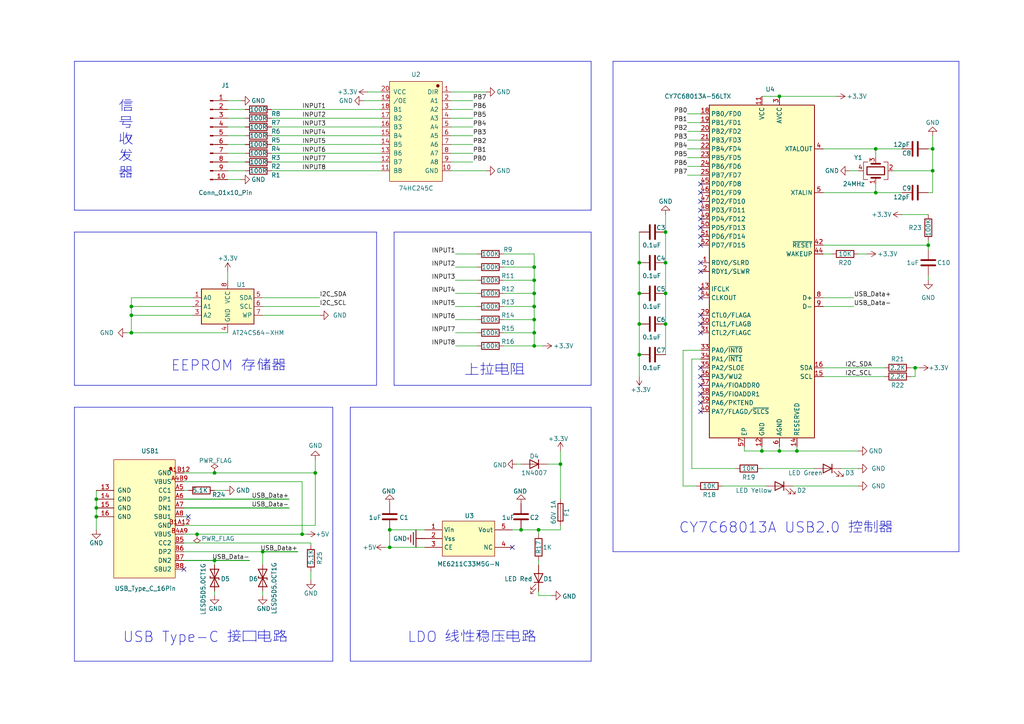
<source format=kicad_sch>
(kicad_sch (version 20231120) (generator "eeschema") (generator_version "8.0")
  (paper "A4")
  (title_block (title "UINIO-Logic-24MHz") (date "2024-10-23") (rev "Version 5.0.0") (company "UinIO.com 电子技术实验室"))
  (lib_symbols
    (symbol "Connector:Conn_01x10_Pin" (pin_names (offset 1.016) hide)
      (property "Reference" "J" (at 0 12.7 0))
      (property "Value" "Conn_01x10_Pin" (at 0 -15.24 0))
      (symbol "Conn_01x10_Pin_1_1"
        (pin passive line (at 5.08 10.16 180) (length 3.81) (name "Pin_1") (number "1"))
        (pin passive line (at 5.08 -12.7 180) (length 3.81) (name "Pin_10") (number "10"))
        (pin passive line (at 5.08 7.62 180) (length 3.81) (name "Pin_2") (number "2"))
        (pin passive line (at 5.08 5.08 180) (length 3.81) (name "Pin_3") (number "3"))
        (pin passive line (at 5.08 2.54 180) (length 3.81) (name "Pin_4") (number "4"))
        (pin passive line (at 5.08 0 180) (length 3.81) (name "Pin_5") (number "5"))
        (pin passive line (at 5.08 -2.54 180) (length 3.81) (name "Pin_6") (number "6"))
        (pin passive line (at 5.08 -5.08 180) (length 3.81) (name "Pin_7") (number "7"))
        (pin passive line (at 5.08 -7.62 180) (length 3.81) (name "Pin_8") (number "8"))
        (pin passive line (at 5.08 -10.16 180) (length 3.81) (name "Pin_9") (number "9"))
      )
    )
    (symbol "Device:C" (pin_numbers hide) (pin_names (offset 0.254))
      (property "Reference" "C" (at 0.635 2.54 0))
      (property "Value" "C" (at 0.635 -2.54 0))
      (symbol "C_1_1"
        (pin passive line (at 0 3.81 270) (length 2.794) (name "~") (number "1"))
        (pin passive line (at 0 -3.81 90) (length 2.794) (name "~") (number "2"))
      )
    )
    (symbol "Device:Crystal_GND24" (pin_names (offset 1.016) hide)
      (property "Reference" "Y" (at 3.175 5.08 0))
      (property "Value" "Crystal_GND24" (at 3.175 3.175 0))
      (symbol "Crystal_GND24_1_1"
        (pin passive line (at -3.81 0 0) (length 1.27) (name "1") (number "1"))
        (pin passive line (at 0 5.08 270) (length 1.27) (name "2") (number "2"))
        (pin passive line (at 3.81 0 180) (length 1.27) (name "3") (number "3"))
        (pin passive line (at 0 -5.08 90) (length 1.27) (name "4") (number "4"))
      )
    )
    (symbol "Device:Fuse" (pin_numbers hide) (pin_names (offset 0))
      (property "Reference" "F" (at 2.032 0 90))
      (property "Value" "Fuse" (at -1.905 0 90))
      (symbol "Fuse_1_1"
        (pin passive line (at 0 3.81 270) (length 1.27) (name "~") (number "1"))
        (pin passive line (at 0 -3.81 90) (length 1.27) (name "~") (number "2"))
      )
    )
    (symbol "Device:LED" (pin_numbers hide) (pin_names (offset 1.016) hide)
      (property "Reference" "D" (at 0 2.54 0))
      (property "Value" "LED" (at 0 -2.54 0))
      (symbol "LED_1_1"
        (pin passive line (at -3.81 0 0) (length 2.54) (name "K") (number "1"))
        (pin passive line (at 3.81 0 180) (length 2.54) (name "A") (number "2"))
      )
    )
    (symbol "Device:R" (pin_numbers hide) (pin_names (offset 0))
      (property "Reference" "R" (at 2.032 0 90))
      (property "Value" "R" (at 0 0 90))
      (symbol "R_1_1"
        (pin passive line (at 0 3.81 270) (length 1.27) (name "~") (number "1"))
        (pin passive line (at 0 -3.81 90) (length 1.27) (name "~") (number "2"))
      )
    )
    (symbol "Diode:1N4007" (pin_numbers hide) (pin_names hide)
      (property "Reference" "D" (at 0 2.54 0))
      (property "Value" "1N4007" (at 0 -2.54 0))
      (symbol "1N4007_1_1"
        (pin passive line (at -3.81 0 0) (length 2.54) (name "K") (number "1"))
        (pin passive line (at 3.81 0 180) (length 2.54) (name "A") (number "2"))
      )
    )
    (symbol "Diode:1N630xCA" (pin_numbers hide) (pin_names (offset 1.016) hide)
      (property "Reference" "D" (at 0 2.54 0))
      (property "Value" "1N630xCA" (at 0 -2.54 0))
      (symbol "1N630xCA_1_1"
        (pin passive line (at -3.81 0 0) (length 2.54) (name "A1") (number "1"))
        (pin passive line (at 3.81 0 180) (length 2.54) (name "A2") (number "2"))
      )
    )
    (symbol "MCU_Cypress:CY7C68013A-56LTX"
      (property "Reference" "U" (at -13.97 49.53 0))
      (property "Value" "CY7C68013A-56LTX" (at 11.43 49.53 0))
      (symbol "CY7C68013A-56LTX_1_1"
        (pin input line (at 17.78 2.54 180) (length 2.54) (name "RDY0/SLRD") (number "1"))
        (pin passive line (at -5.08 -50.8 90) (length 2.54) hide (name "AGND") (number "10"))
        (pin power_in line (at 0 50.8 270) (length 2.54) (name "VCC") (number "11"))
        (pin power_in line (at 0 -50.8 90) (length 2.54) (name "GND") (number "12"))
        (pin bidirectional line (at 17.78 -5.08 180) (length 2.54) (name "IFCLK") (number "13"))
        (pin input line (at -10.16 -50.8 90) (length 2.54) (name "RESERVED") (number "14"))
        (pin input line (at -17.78 -30.48 0) (length 2.54) (name "SCL") (number "15"))
        (pin bidirectional line (at -17.78 -27.94 0) (length 2.54) (name "SDA") (number "16"))
        (pin passive line (at 0 50.8 270) (length 2.54) hide (name "VCC") (number "17"))
        (pin bidirectional line (at 17.78 45.72 180) (length 2.54) (name "PB0/FD0") (number "18"))
        (pin bidirectional line (at 17.78 43.18 180) (length 2.54) (name "PB1/FD1") (number "19"))
        (pin input line (at 17.78 0 180) (length 2.54) (name "RDY1/SLWR") (number "2"))
        (pin bidirectional line (at 17.78 40.64 180) (length 2.54) (name "PB2/FD2") (number "20"))
        (pin bidirectional line (at 17.78 38.1 180) (length 2.54) (name "PB3/FD3") (number "21"))
        (pin bidirectional line (at 17.78 35.56 180) (length 2.54) (name "PB4/FD4") (number "22"))
        (pin bidirectional line (at 17.78 33.02 180) (length 2.54) (name "PB5/FD5") (number "23"))
        (pin bidirectional line (at 17.78 30.48 180) (length 2.54) (name "PB6/FD6") (number "24"))
        (pin bidirectional line (at 17.78 27.94 180) (length 2.54) (name "PB7/FD7") (number "25"))
        (pin passive line (at 0 -50.8 90) (length 2.54) hide (name "GND") (number "26"))
        (pin passive line (at 0 50.8 270) (length 2.54) hide (name "VCC") (number "27"))
        (pin passive line (at 0 -50.8 90) (length 2.54) hide (name "GND") (number "28"))
        (pin output line (at 17.78 -12.7 180) (length 2.54) (name "CTL0/FLAGA") (number "29"))
        (pin power_in line (at -5.08 50.8 270) (length 2.54) (name "AVCC") (number "3"))
        (pin output line (at 17.78 -15.24 180) (length 2.54) (name "CTL1/FLAGB") (number "30"))
        (pin output line (at 17.78 -17.78 180) (length 2.54) (name "CTL2/FLAGC") (number "31"))
        (pin passive line (at 0 50.8 270) (length 2.54) hide (name "VCC") (number "32"))
        (pin bidirectional line (at 17.78 -22.86 180) (length 2.54) (name "PA0/~{INT0}") (number "33"))
        (pin bidirectional line (at 17.78 -25.4 180) (length 2.54) (name "PA1/~{INT1}") (number "34"))
        (pin bidirectional line (at 17.78 -27.94 180) (length 2.54) (name "PA2/SLOE") (number "35"))
        (pin bidirectional line (at 17.78 -30.48 180) (length 2.54) (name "PA3/WU2") (number "36"))
        (pin bidirectional line (at 17.78 -33.02 180) (length 2.54) (name "PA4/FIOADDR0") (number "37"))
        (pin bidirectional line (at 17.78 -35.56 180) (length 2.54) (name "PA5/FIOADDR1") (number "38"))
        (pin bidirectional line (at 17.78 -38.1 180) (length 2.54) (name "PA6/PKTEND") (number "39"))
        (pin output line (at -17.78 35.56 0) (length 2.54) (name "XTALOUT") (number "4"))
        (pin bidirectional line (at 17.78 -40.64 180) (length 2.54) (name "PA7/FLAGD/~{SLCS}") (number "40"))
        (pin passive line (at 0 -50.8 90) (length 2.54) hide (name "GND") (number "41"))
        (pin input line (at -17.78 7.62 0) (length 2.54) (name "~{RESET}") (number "42"))
        (pin passive line (at 0 50.8 270) (length 2.54) hide (name "VCC") (number "43"))
        (pin input line (at -17.78 5.08 0) (length 2.54) (name "WAKEUP") (number "44"))
        (pin bidirectional line (at 17.78 25.4 180) (length 2.54) (name "PD0/FD8") (number "45"))
        (pin bidirectional line (at 17.78 22.86 180) (length 2.54) (name "PD1/FD9") (number "46"))
        (pin bidirectional line (at 17.78 20.32 180) (length 2.54) (name "PD2/FD10") (number "47"))
        (pin bidirectional line (at 17.78 17.78 180) (length 2.54) (name "PD3/FD11") (number "48"))
        (pin bidirectional line (at 17.78 15.24 180) (length 2.54) (name "PD4/FD12") (number "49"))
        (pin input line (at -17.78 22.86 0) (length 2.54) (name "XTALIN") (number "5"))
        (pin bidirectional line (at 17.78 12.7 180) (length 2.54) (name "PD5/FD13") (number "50"))
        (pin bidirectional line (at 17.78 10.16 180) (length 2.54) (name "PD6/FD14") (number "51"))
        (pin bidirectional line (at 17.78 7.62 180) (length 2.54) (name "PD7/FD15") (number "52"))
        (pin passive line (at 0 -50.8 90) (length 2.54) hide (name "GND") (number "53"))
        (pin output line (at 17.78 -7.62 180) (length 2.54) (name "CLKOUT") (number "54"))
        (pin passive line (at 0 50.8 270) (length 2.54) hide (name "VCC") (number "55"))
        (pin passive line (at 0 -50.8 90) (length 2.54) hide (name "GND") (number "56"))
        (pin input line (at 5.08 -50.8 90) (length 2.54) (name "EP") (number "57"))
        (pin power_in line (at -5.08 -50.8 90) (length 2.54) (name "AGND") (number "6"))
        (pin passive line (at -5.08 50.8 270) (length 2.54) hide (name "AVCC") (number "7"))
        (pin bidirectional line (at -17.78 -7.62 0) (length 2.54) (name "D+") (number "8"))
        (pin bidirectional line (at -17.78 -10.16 0) (length 2.54) (name "D-") (number "9"))
      )
    )
    (symbol "Memory_EEPROM:AT24CS64-XHM"
      (property "Reference" "U" (at -7.62 6.35 0))
      (property "Value" "AT24CS64-XHM" (at 2.54 -6.35 0))
      (symbol "AT24CS64-XHM_1_1"
        (pin input line (at -10.16 2.54 0) (length 2.54) (name "A0") (number "1"))
        (pin input line (at -10.16 0 0) (length 2.54) (name "A1") (number "2"))
        (pin input line (at -10.16 -2.54 0) (length 2.54) (name "A2") (number "3"))
        (pin power_in line (at 0 -7.62 90) (length 2.54) (name "GND") (number "4"))
        (pin bidirectional line (at 10.16 2.54 180) (length 2.54) (name "SDA") (number "5"))
        (pin input line (at 10.16 0 180) (length 2.54) (name "SCL") (number "6"))
        (pin input line (at 10.16 -2.54 180) (length 2.54) (name "WP") (number "7"))
        (pin power_in line (at 0 7.62 270) (length 2.54) (name "VCC") (number "8"))
      )
    )
    (symbol "Uinio:74HC245C" (pin_names (offset 1.016))
      (property "Reference" "U" (at 0 17.018 0))
      (property "Value" "74HC245C" (at 0 20.32 0))
      (symbol "74HC245C_1_1"
        (pin input line (at -10.16 11.43 0) (length 2.54) (name "DIR") (number "1"))
        (pin input line (at -10.16 -11.43 0) (length 2.54) (name "GND") (number "10"))
        (pin input line (at 10.16 -11.43 180) (length 2.54) (name "B8") (number "11"))
        (pin input line (at 10.16 -8.89 180) (length 2.54) (name "B7") (number "12"))
        (pin input line (at 10.16 -6.35 180) (length 2.54) (name "B6") (number "13"))
        (pin input line (at 10.16 -3.81 180) (length 2.54) (name "B5") (number "14"))
        (pin input line (at 10.16 -1.27 180) (length 2.54) (name "B4") (number "15"))
        (pin input line (at 10.16 1.27 180) (length 2.54) (name "B3") (number "16"))
        (pin input line (at 10.16 3.81 180) (length 2.54) (name "B2") (number "17"))
        (pin input line (at 10.16 6.35 180) (length 2.54) (name "B1") (number "18"))
        (pin input line (at 10.16 8.89 180) (length 2.54) (name "/OE") (number "19"))
        (pin input line (at -10.16 8.89 0) (length 2.54) (name "A1") (number "2"))
        (pin input line (at 10.16 11.43 180) (length 2.54) (name "VCC") (number "20"))
        (pin input line (at -10.16 6.35 0) (length 2.54) (name "A2") (number "3"))
        (pin input line (at -10.16 3.81 0) (length 2.54) (name "A3") (number "4"))
        (pin input line (at -10.16 1.27 0) (length 2.54) (name "A4") (number "5"))
        (pin input line (at -10.16 -1.27 0) (length 2.54) (name "A5") (number "6"))
        (pin input line (at -10.16 -3.81 0) (length 2.54) (name "A6") (number "7"))
        (pin input line (at -10.16 -6.35 0) (length 2.54) (name "A7") (number "8"))
        (pin input line (at -10.16 -8.89 0) (length 2.54) (name "A8") (number "9"))
      )
    )
    (symbol "Uinio:GND" (power)
      (property "Value" "GND" (at 0 6.35 90))
      (symbol "GND_0_0"
        (pin power_in line (at 0 0 0) (length 0) hide (name "GND") (number ""))
      )
    )
    (symbol "Uinio:ME6211"
      (property "Reference" "V1" (at 5.08 2.54 0))
      (property "Value" "ME6211" (at 5.08 -10.16 0))
      (symbol "ME6211_1_0"
        (pin passive line (at 0 0 0) (length 5.08) (name "Vin") (number "1"))
        (pin passive line (at 0 -2.54 0) (length 5.08) (name "Vss") (number "2"))
        (pin passive line (at 0 -5.08 0) (length 5.08) (name "CE") (number "3"))
        (pin passive line (at 25.4 -5.08 180) (length 5.08) (name "NC") (number "4"))
        (pin passive line (at 25.4 0 180) (length 5.08) (name "Vout") (number "5"))
      )
    )
    (symbol "Uinio:USB_Type_C_16Pin" (pin_names (offset 1.016))
      (property "Reference" "USB" (at 0 19.05 0))
      (property "Value" "USB_Type_C_16Pin" (at 0 24.13 0))
      (symbol "USB_Type_C_16Pin_1_1"
        (pin input line (at 12.7 7.62 180) (length 5.08) (name "GND") (number "13"))
        (pin input line (at 12.7 5.08 180) (length 5.08) (name "GND") (number "14"))
        (pin input line (at 12.7 2.54 180) (length 5.08) (name "GND") (number "15"))
        (pin input line (at 12.7 0 180) (length 5.08) (name "GND") (number "16"))
        (pin input line (at -12.7 12.7 0) (length 2.54) (name "GND") (number "A1B12"))
        (pin input line (at -12.7 10.16 0) (length 2.54) (name "VBUS") (number "A4B9"))
        (pin input line (at -12.7 7.62 0) (length 2.54) (name "CC1") (number "A5"))
        (pin input line (at -12.7 5.08 0) (length 2.54) (name "DP1") (number "A6"))
        (pin input line (at -12.7 2.54 0) (length 2.54) (name "DN1") (number "A7"))
        (pin input line (at -12.7 0 0) (length 2.54) (name "SBU1") (number "A8"))
        (pin input line (at -12.7 -2.54 0) (length 2.54) (name "GND") (number "B1A12"))
        (pin input line (at -12.7 -5.08 0) (length 2.54) (name "VBUS") (number "B4A9"))
        (pin input line (at -12.7 -7.62 0) (length 2.54) (name "CC2") (number "B5"))
        (pin input line (at -12.7 -10.16 0) (length 2.54) (name "DP2") (number "B6"))
        (pin input line (at -12.7 -12.7 0) (length 2.54) (name "DN2") (number "B7"))
        (pin input line (at -12.7 -15.24 0) (length 2.54) (name "SBU2") (number "B8"))
      )
    )
    (symbol "power:+3.3V" (power) (pin_names (offset 0))
      (property "Value" "+3.3V" (at 0 3.556 0))
      (symbol "+3.3V_1_1"
        (pin power_in line (at 0 0 90) (length 0) hide (name "+3.3V") (number "1"))
      )
    )
    (symbol "power:+5V" (power) (pin_names (offset 0))
      (property "Value" "+5V" (at 0 3.556 0))
      (symbol "+5V_1_1"
        (pin power_in line (at 0 0 90) (length 0) hide (name "+5V") (number "1"))
      )
    )
    (symbol "power:GND" (power) (pin_names (offset 0))
      (property "Value" "GND" (at 0 -3.81 0))
      (symbol "GND_1_1"
        (pin power_in line (at 0 0 270) (length 0) hide (name "GND") (number "1"))
      )
    )
    (symbol "power:PWR_FLAG" (power) (pin_numbers hide) (pin_names (offset 0) hide)
      (property "Value" "PWR_FLAG" (at 0 3.81 0))
      (symbol "PWR_FLAG_0_0"
        (pin power_out line (at 0 0 90) (length 0) (name "pwr") (number "1"))
      )
    )
  )
  (junction (at 193.04 93.98))
  (junction (at 270.51 43.18))
  (junction (at 91.44 137.16))
  (junction (at 193.04 76.2))
  (junction (at 156.21 153.67))
  (junction (at 57.15 154.94))
  (junction (at 113.03 158.75))
  (junction (at 254 43.18))
  (junction (at 185.42 102.87))
  (junction (at 38.1 91.44))
  (junction (at 231.14 130.81))
  (junction (at 154.94 96.52))
  (junction (at 76.2 160.02))
  (junction (at 151.13 153.67))
  (junction (at 27.94 149.86))
  (junction (at 265.43 106.68))
  (junction (at 38.1 96.52))
  (junction (at 154.94 88.9))
  (junction (at 193.04 67.31))
  (junction (at 270.51 49.53))
  (junction (at 62.23 137.16))
  (junction (at 154.94 77.47))
  (junction (at 113.03 153.67))
  (junction (at 185.42 85.09))
  (junction (at 162.56 134.62))
  (junction (at 185.42 76.2))
  (junction (at 154.94 100.33))
  (junction (at 27.94 144.78))
  (junction (at 269.24 71.12))
  (junction (at 154.94 85.09))
  (junction (at 185.42 93.98))
  (junction (at 62.23 162.56))
  (junction (at 193.04 85.09))
  (junction (at 254 55.88))
  (junction (at 87.63 154.94))
  (junction (at 226.06 27.94))
  (junction (at 27.94 147.32))
  (junction (at 154.94 92.71))
  (junction (at 220.98 130.81))
  (junction (at 38.1 88.9))
  (junction (at 154.94 81.28))
  (junction (at 226.06 130.81))
  (no_connect (at 203.2 58.42))
  (no_connect (at 203.2 86.36))
  (no_connect (at 203.2 91.44))
  (no_connect (at 148.59 158.75))
  (no_connect (at 203.2 96.52))
  (no_connect (at 203.2 76.2))
  (no_connect (at 203.2 60.96))
  (no_connect (at 203.2 68.58))
  (no_connect (at 53.34 165.1))
  (no_connect (at 54.61 149.86))
  (no_connect (at 203.2 93.98))
  (no_connect (at 203.2 109.22))
  (no_connect (at 203.2 106.68))
  (no_connect (at 203.2 71.12))
  (no_connect (at 203.2 83.82))
  (no_connect (at 203.2 78.74))
  (no_connect (at 203.2 55.88))
  (no_connect (at 203.2 63.5))
  (no_connect (at 203.2 114.3))
  (no_connect (at 203.2 116.84))
  (no_connect (at 203.2 119.38))
  (no_connect (at 203.2 66.04))
  (no_connect (at 203.2 111.76))
  (no_connect (at 203.2 53.34))
  (wire (pts (xy 78.74 49.53) (xy 110.49 49.53)))
  (wire (pts (xy 38.1 96.52) (xy 66.04 96.52)))
  (wire (pts (xy 270.51 49.53) (xy 259.08 49.53)))
  (polyline (pts (xy 101.6 118.11) (xy 171.45 118.11)))
  (wire (pts (xy 203.2 104.14) (xy 200.66 104.14)))
  (wire (pts (xy 215.9 129.54) (xy 215.9 130.81)))
  (wire (pts (xy 213.36 135.89) (xy 200.66 135.89)))
  (wire (pts (xy 146.05 81.28) (xy 154.94 81.28)))
  (wire (pts (xy 270.51 43.18) (xy 270.51 49.53)))
  (wire (pts (xy 242.57 27.94) (xy 226.06 27.94)))
  (wire (pts (xy 111.76 158.75) (xy 113.03 158.75)))
  (wire (pts (xy 154.94 77.47) (xy 154.94 81.28)))
  (wire (pts (xy 156.21 172.72) (xy 160.02 172.72)))
  (wire (pts (xy 78.74 39.37) (xy 110.49 39.37)))
  (wire (pts (xy 146.05 77.47) (xy 154.94 77.47)))
  (wire (pts (xy 110.49 29.21) (xy 105.41 29.21)))
  (wire (pts (xy 247.65 88.9) (xy 238.76 88.9)))
  (wire (pts (xy 62.23 162.56) (xy 72.39 162.56)) (stroke (width 0.254)))
  (wire (pts (xy 270.51 43.18) (xy 269.24 43.18)))
  (polyline (pts (xy 21.59 67.31) (xy 109.22 67.31)))
  (wire (pts (xy 157.48 100.33) (xy 154.94 100.33)))
  (wire (pts (xy 229.87 140.97) (xy 248.92 140.97)))
  (wire (pts (xy 91.44 137.16) (xy 91.44 152.4)))
  (polyline (pts (xy 96.52 191.77) (xy 21.59 191.77)))
  (polyline (pts (xy 114.3 67.31) (xy 114.3 111.76)))
  (wire (pts (xy 87.63 139.7) (xy 87.63 154.94)))
  (wire (pts (xy 236.22 135.89) (xy 220.98 135.89)))
  (wire (pts (xy 203.2 35.56) (xy 199.39 35.56)))
  (wire (pts (xy 113.03 153.67) (xy 123.19 153.67)))
  (wire (pts (xy 254 55.88) (xy 238.76 55.88)))
  (polyline (pts (xy 171.45 111.76) (xy 114.3 111.76)))
  (wire (pts (xy 62.23 172.72) (xy 62.23 171.45)))
  (polyline (pts (xy 114.3 67.31) (xy 171.45 67.31)))
  (polyline (pts (xy 171.45 67.31) (xy 171.45 111.76)))
  (wire (pts (xy 146.05 85.09) (xy 154.94 85.09)))
  (polyline (pts (xy 278.13 160.02) (xy 177.8 160.02)))
  (wire (pts (xy 66.04 46.99) (xy 71.12 46.99)))
  (polyline (pts (xy 21.59 17.78) (xy 21.59 60.96)))
  (wire (pts (xy 66.04 49.53) (xy 71.12 49.53)))
  (wire (pts (xy 38.1 86.36) (xy 38.1 88.9)))
  (wire (pts (xy 266.7 106.68) (xy 265.43 106.68)))
  (wire (pts (xy 76.2 172.72) (xy 76.2 171.45)))
  (wire (pts (xy 137.16 44.45) (xy 130.81 44.45)))
  (wire (pts (xy 137.16 36.83) (xy 130.81 36.83)))
  (wire (pts (xy 203.2 50.8) (xy 199.39 50.8)))
  (wire (pts (xy 137.16 29.21) (xy 130.81 29.21)))
  (wire (pts (xy 66.04 39.37) (xy 71.12 39.37)))
  (polyline (pts (xy 171.45 118.11) (xy 171.45 191.77)))
  (wire (pts (xy 54.61 142.24) (xy 53.34 142.24)))
  (wire (pts (xy 146.05 92.71) (xy 154.94 92.71)))
  (wire (pts (xy 66.04 78.74) (xy 66.04 81.28)))
  (wire (pts (xy 146.05 73.66) (xy 154.94 73.66)))
  (polyline (pts (xy 21.59 118.11) (xy 96.52 118.11)))
  (wire (pts (xy 220.98 129.54) (xy 220.98 130.81)))
  (wire (pts (xy 203.2 48.26) (xy 199.39 48.26)))
  (wire (pts (xy 27.94 149.86) (xy 27.94 153.67)))
  (wire (pts (xy 185.42 76.2) (xy 185.42 85.09)))
  (wire (pts (xy 193.04 67.31) (xy 193.04 62.23)))
  (wire (pts (xy 269.24 72.39) (xy 269.24 71.12)))
  (wire (pts (xy 270.51 55.88) (xy 269.24 55.88)))
  (wire (pts (xy 78.74 36.83) (xy 110.49 36.83)))
  (wire (pts (xy 113.03 153.67) (xy 113.03 158.75)))
  (wire (pts (xy 57.15 154.94) (xy 53.34 154.94)))
  (wire (pts (xy 66.04 29.21) (xy 69.85 29.21)))
  (wire (pts (xy 132.08 77.47) (xy 138.43 77.47)))
  (wire (pts (xy 53.34 162.56) (xy 62.23 162.56)) (stroke (width 0.254)))
  (wire (pts (xy 66.04 44.45) (xy 71.12 44.45)))
  (wire (pts (xy 243.84 135.89) (xy 248.92 135.89)))
  (wire (pts (xy 66.04 31.75) (xy 71.12 31.75)))
  (wire (pts (xy 220.98 27.94) (xy 226.06 27.94)))
  (wire (pts (xy 130.81 26.67) (xy 140.97 26.67)))
  (wire (pts (xy 78.74 41.91) (xy 110.49 41.91)))
  (wire (pts (xy 91.44 133.35) (xy 91.44 137.16)))
  (wire (pts (xy 137.16 41.91) (xy 130.81 41.91)))
  (wire (pts (xy 261.62 55.88) (xy 254 55.88)))
  (wire (pts (xy 38.1 91.44) (xy 38.1 96.52)))
  (wire (pts (xy 226.06 130.81) (xy 220.98 130.81)))
  (wire (pts (xy 193.04 67.31) (xy 193.04 76.2)))
  (wire (pts (xy 38.1 86.36) (xy 55.88 86.36)))
  (wire (pts (xy 265.43 106.68) (xy 265.43 109.22)))
  (wire (pts (xy 254 43.18) (xy 254 45.72)))
  (wire (pts (xy 27.94 144.78) (xy 27.94 147.32)))
  (wire (pts (xy 137.16 31.75) (xy 130.81 31.75)))
  (wire (pts (xy 76.2 91.44) (xy 92.71 91.44)))
  (wire (pts (xy 261.62 62.23) (xy 269.24 62.23)))
  (wire (pts (xy 270.51 39.37) (xy 270.51 43.18)))
  (wire (pts (xy 53.34 157.48) (xy 90.17 157.48)))
  (wire (pts (xy 269.24 71.12) (xy 238.76 71.12)))
  (wire (pts (xy 132.08 81.28) (xy 138.43 81.28)))
  (polyline (pts (xy 171.45 60.96) (xy 21.59 60.96)))
  (wire (pts (xy 76.2 86.36) (xy 92.71 86.36)))
  (wire (pts (xy 62.23 137.16) (xy 53.34 137.16)))
  (wire (pts (xy 154.94 100.33) (xy 146.05 100.33)))
  (wire (pts (xy 53.34 147.32) (xy 83.82 147.32)) (stroke (width 0.254)))
  (wire (pts (xy 198.12 140.97) (xy 201.93 140.97)))
  (wire (pts (xy 203.2 43.18) (xy 199.39 43.18)))
  (wire (pts (xy 66.04 36.83) (xy 71.12 36.83)))
  (polyline (pts (xy 177.8 17.78) (xy 177.8 160.02)))
  (wire (pts (xy 62.23 142.24) (xy 65.405 142.24)))
  (wire (pts (xy 256.54 106.68) (xy 238.76 106.68)))
  (wire (pts (xy 156.21 171.45) (xy 156.21 172.72)))
  (polyline (pts (xy 101.6 118.11) (xy 101.6 191.77)))
  (wire (pts (xy 132.08 85.09) (xy 138.43 85.09)))
  (wire (pts (xy 78.74 31.75) (xy 110.49 31.75)))
  (wire (pts (xy 88.9 154.94) (xy 87.63 154.94)))
  (wire (pts (xy 251.46 73.66) (xy 248.92 73.66)))
  (wire (pts (xy 38.1 88.9) (xy 38.1 91.44)))
  (wire (pts (xy 254 43.18) (xy 238.76 43.18)))
  (polyline (pts (xy 21.59 118.11) (xy 21.59 191.77)))
  (wire (pts (xy 156.21 163.83) (xy 156.21 162.56)))
  (wire (pts (xy 193.04 76.2) (xy 193.04 85.09)))
  (wire (pts (xy 132.08 96.52) (xy 138.43 96.52)))
  (wire (pts (xy 148.59 153.67) (xy 151.13 153.67)))
  (wire (pts (xy 130.81 49.53) (xy 140.97 49.53)))
  (wire (pts (xy 154.94 81.28) (xy 154.94 85.09)))
  (wire (pts (xy 156.21 153.67) (xy 162.56 153.67)))
  (wire (pts (xy 90.17 165.735) (xy 90.17 168.275)))
  (polyline (pts (xy 96.52 118.11) (xy 96.52 191.77)))
  (wire (pts (xy 132.08 100.33) (xy 138.43 100.33)))
  (wire (pts (xy 200.66 104.14) (xy 200.66 135.89)))
  (wire (pts (xy 269.24 69.85) (xy 269.24 71.12)))
  (wire (pts (xy 146.05 96.52) (xy 154.94 96.52)))
  (wire (pts (xy 62.23 163.83) (xy 62.23 162.56)))
  (polyline (pts (xy 171.45 17.78) (xy 171.45 60.96)))
  (wire (pts (xy 137.16 34.29) (xy 130.81 34.29)))
  (wire (pts (xy 254 53.34) (xy 254 55.88)))
  (wire (pts (xy 203.2 45.72) (xy 199.39 45.72)))
  (wire (pts (xy 106.68 26.67) (xy 110.49 26.67)))
  (wire (pts (xy 137.16 39.37) (xy 130.81 39.37)))
  (wire (pts (xy 203.2 33.02) (xy 199.39 33.02)))
  (wire (pts (xy 162.56 134.62) (xy 162.56 144.78)))
  (wire (pts (xy 193.04 85.09) (xy 193.04 93.98)))
  (wire (pts (xy 203.2 101.6) (xy 198.12 101.6)))
  (polyline (pts (xy 171.45 191.77) (xy 101.6 191.77)))
  (wire (pts (xy 36.83 96.52) (xy 38.1 96.52)))
  (wire (pts (xy 162.56 130.81) (xy 162.56 134.62)))
  (wire (pts (xy 66.04 34.29) (xy 71.12 34.29)))
  (wire (pts (xy 90.17 157.48) (xy 90.17 158.115)))
  (wire (pts (xy 248.92 49.53) (xy 246.38 49.53)))
  (wire (pts (xy 146.05 88.9) (xy 154.94 88.9)))
  (wire (pts (xy 62.23 137.16) (xy 91.44 137.16)))
  (wire (pts (xy 156.21 154.94) (xy 156.21 153.67)))
  (wire (pts (xy 154.94 85.09) (xy 154.94 88.9)))
  (wire (pts (xy 154.94 96.52) (xy 154.94 100.33)))
  (wire (pts (xy 38.1 91.44) (xy 55.88 91.44)))
  (wire (pts (xy 270.51 49.53) (xy 270.51 55.88)))
  (wire (pts (xy 203.2 38.1) (xy 199.39 38.1)))
  (polyline (pts (xy 177.8 17.78) (xy 278.13 17.78)))
  (wire (pts (xy 158.75 134.62) (xy 162.56 134.62)))
  (wire (pts (xy 247.65 86.36) (xy 238.76 86.36)))
  (wire (pts (xy 198.12 101.6) (xy 198.12 140.97)))
  (wire (pts (xy 154.94 88.9) (xy 154.94 92.71)))
  (wire (pts (xy 54.61 149.86) (xy 53.34 149.86)))
  (polyline (pts (xy 21.59 111.76) (xy 109.22 111.76)))
  (wire (pts (xy 261.62 43.18) (xy 254 43.18)))
  (wire (pts (xy 185.42 67.31) (xy 185.42 76.2)))
  (wire (pts (xy 151.13 134.62) (xy 149.86 134.62)))
  (wire (pts (xy 132.08 88.9) (xy 138.43 88.9)))
  (wire (pts (xy 151.13 153.67) (xy 156.21 153.67)))
  (wire (pts (xy 76.2 160.02) (xy 86.36 160.02)) (stroke (width 0.254)))
  (wire (pts (xy 220.98 130.81) (xy 215.9 130.81)))
  (wire (pts (xy 154.94 73.66) (xy 154.94 77.47)))
  (wire (pts (xy 78.74 44.45) (xy 110.49 44.45)))
  (wire (pts (xy 113.03 158.75) (xy 123.19 158.75)))
  (wire (pts (xy 27.94 147.32) (xy 27.94 149.86)))
  (wire (pts (xy 132.08 73.66) (xy 138.43 73.66)))
  (wire (pts (xy 231.14 129.54) (xy 231.14 130.81)))
  (wire (pts (xy 66.04 41.91) (xy 71.12 41.91)))
  (wire (pts (xy 137.16 46.99) (xy 130.81 46.99)))
  (wire (pts (xy 57.15 154.94) (xy 87.63 154.94)))
  (wire (pts (xy 76.2 88.9) (xy 92.71 88.9)))
  (wire (pts (xy 269.24 81.28) (xy 269.24 80.01)))
  (wire (pts (xy 185.42 102.87) (xy 185.42 109.22)))
  (wire (pts (xy 53.34 144.78) (xy 83.82 144.78)) (stroke (width 0.254)))
  (wire (pts (xy 132.08 92.71) (xy 138.43 92.71)))
  (wire (pts (xy 248.92 130.81) (xy 231.14 130.81)))
  (polyline (pts (xy 21.59 17.78) (xy 171.45 17.78)))
  (polyline (pts (xy 109.22 111.76) (xy 109.22 67.31)))
  (wire (pts (xy 226.06 130.81) (xy 226.06 129.54)))
  (wire (pts (xy 91.44 152.4) (xy 53.34 152.4)))
  (wire (pts (xy 231.14 130.81) (xy 226.06 130.81)))
  (wire (pts (xy 76.2 163.83) (xy 76.2 160.02)))
  (wire (pts (xy 27.94 142.24) (xy 27.94 144.78)))
  (wire (pts (xy 222.25 140.97) (xy 209.55 140.97)))
  (polyline (pts (xy 278.13 17.78) (xy 278.13 160.02)))
  (wire (pts (xy 265.43 109.22) (xy 264.16 109.22)))
  (wire (pts (xy 154.94 92.71) (xy 154.94 96.52)))
  (wire (pts (xy 78.74 46.99) (xy 110.49 46.99)))
  (wire (pts (xy 185.42 93.98) (xy 185.42 102.87)))
  (wire (pts (xy 185.42 85.09) (xy 185.42 93.98)))
  (wire (pts (xy 87.63 139.7) (xy 53.34 139.7)))
  (wire (pts (xy 162.56 152.4) (xy 162.56 153.67)))
  (wire (pts (xy 193.04 93.98) (xy 193.04 102.87)))
  (wire (pts (xy 265.43 106.68) (xy 264.16 106.68)))
  (wire (pts (xy 53.34 160.02) (xy 76.2 160.02)))
  (wire (pts (xy 38.1 88.9) (xy 55.88 88.9)))
  (wire (pts (xy 256.54 109.22) (xy 238.76 109.22)))
  (wire (pts (xy 78.74 34.29) (xy 110.49 34.29)))
  (polyline (pts (xy 21.59 67.31) (xy 21.59 111.76)))
  (wire (pts (xy 66.04 52.07) (xy 69.85 52.07)))
  (wire (pts (xy 203.2 40.64) (xy 199.39 40.64)))
  (wire (pts (xy 241.3 73.66) (xy 238.76 73.66)))
  (text "CY7C68013A USB2.0 控制器" (at 196.85 154.94 0) (effects (font (size 3 3)) (justify left bottom)))
  (text "LDO 线性稳压电路" (at 118.11 186.69 0) (effects (font (size 3 3)) (justify left bottom)))
  (text "信\n号\n收\n发\n器" (at 34.29 52.07 0) (effects (font (size 3 3)) (justify left bottom)))
  (text "上拉电阻" (at 134.62 109.22 0) (effects (font (size 3 3)) (justify left bottom)))
  (text "USB Type-C 接口电路" (at 35.56 186.69 0) (effects (font (size 3 3)) (justify left bottom)))
  (text "EEPROM 存储器" (at 49.53 107.95 0) (effects (font (size 3 3)) (justify left bottom)))
  (label "PB1" (at 199.39 35.56 180))
  (label "USB_Data-" (at 247.65 88.9 0))
  (label "USB_Data+" (at 86.36 160.02 180))
  (label "INPUT1" (at 87.63 31.75 0))
  (label "PB3" (at 137.16 39.37 0))
  (label "INPUT7" (at 87.63 46.99 0))
  (label "PB0" (at 199.39 33.02 180))
  (label "I2C_SDA" (at 92.71 86.36 0))
  (label "I2C_SCL" (at 92.71 88.9 0))
  (label "INPUT5" (at 87.63 41.91 0))
  (label "USB_Data+" (at 83.82 144.78 180))
  (label "PB5" (at 137.16 34.29 0))
  (label "PB0" (at 137.16 46.99 0))
  (label "PB6" (at 137.16 31.75 0))
  (label "INPUT4" (at 132.08 85.09 180))
  (label "INPUT2" (at 87.63 34.29 0))
  (label "USB_Data-" (at 72.39 162.56 180))
  (label "PB6" (at 199.39 48.26 180))
  (label "INPUT1" (at 132.08 73.66 180))
  (label "USB_Data-" (at 83.82 147.32 180))
  (label "PB7" (at 199.39 50.8 180))
  (label "I2C_SDA" (at 245.11 106.68 0))
  (label "INPUT8" (at 87.63 49.53 0))
  (label "INPUT7" (at 132.08 96.52 180))
  (label "PB4" (at 137.16 36.83 0))
  (label "INPUT2" (at 132.08 77.47 180))
  (label "I2C_SCL" (at 245.11 109.22 0))
  (label "PB3" (at 199.39 40.64 180))
  (label "USB_Data+" (at 247.65 86.36 0))
  (label "PB1" (at 137.16 44.45 0))
  (label "PB5" (at 199.39 45.72 180))
  (label "INPUT8" (at 132.08 100.33 180))
  (label "INPUT4" (at 87.63 39.37 0))
  (label "INPUT3" (at 87.63 36.83 0))
  (label "PB2" (at 199.39 38.1 180))
  (label "PB4" (at 199.39 43.18 180))
  (label "PB7" (at 137.16 29.21 0))
  (label "INPUT6" (at 132.08 92.71 180))
  (label "INPUT3" (at 132.08 81.28 180))
  (label "INPUT6" (at 87.63 44.45 0))
  (label "PB2" (at 137.16 41.91 0))
  (label "INPUT5" (at 132.08 88.9 180))
  (symbol (lib_id "power:GND") (at 149.86 134.62 270) (mirror x) (unit 1)
    (property "Reference" "#PWR034" (effects (hide yes)))
    (property "Value" "GND" (at 147.066 134.874 90) (effects (justify right)))
    (property "Description" "Power symbol creates a global label with name \"GND\" , ground" (effects (hide yes)))
  )
  (symbol (lib_id "Device:R") (at 74.93 41.91 270) (mirror x) (unit 1)
    (property "Reference" "R4" (at 80.01 43.18 90))
    (property "Value" "100R" (at 74.93 41.91 90))
    (property "Footprint" "Resistor_SMD:R_0402_1005Metric" (effects (hide yes)))
  )
  (symbol (lib_id "power:GND") (at 246.38 49.53 270) (mirror x) (unit 1)
    (property "Reference" "#PWR023" (effects (hide yes)))
    (property "Value" "GND" (at 241.3 49.53 90))
  )
  (symbol (lib_id "power:+5V") (at 111.76 158.75 90) (unit 1)
    (property "Reference" "#PWR011" (effects (hide yes)))
    (property "Value" "+5V" (at 109.22 158.75 90) (effects (justify left)))
  )
  (symbol (lib_id "Device:C") (at 265.43 55.88 270) (mirror x) (unit 1)
    (property "Reference" "C9" (at 261.62 54.61 90) (effects (justify left)))
    (property "Value" "12pF" (at 259.08 57.15 90) (effects (justify left)))
    (property "Footprint" "Capacitor_SMD:C_0402_1005Metric" (effects (hide yes)))
  )
  (symbol (lib_id "Device:R") (at 74.93 46.99 270) (mirror x) (unit 1)
    (property "Reference" "R2" (at 80.01 48.26 90))
    (property "Value" "100R" (at 74.93 46.99 90))
    (property "Footprint" "Resistor_SMD:R_0402_1005Metric" (effects (hide yes)))
  )
  (symbol (lib_id "power:GND") (at 62.23 172.72 0) (mirror y) (unit 1)
    (property "Reference" "#PWR035" (effects (hide yes)))
    (property "Value" "GND" (at 60.452 176.53 0) (effects (justify right)))
    (property "Description" "Power symbol creates a global label with name \"GND\" , ground" (effects (hide yes)))
  )
  (symbol (lib_id "power:GND") (at 90.17 168.275 0) (unit 1)
    (property "Reference" "#PWR033" (effects (hide yes)))
    (property "Value" "GND" (at 90.17 172.085 0))
  )
  (symbol (lib_id "power:GND") (at 248.92 130.81 90) (mirror x) (unit 1)
    (property "Reference" "#PWR024" (effects (hide yes)))
    (property "Value" "GND" (at 254 130.81 90))
  )
  (symbol (lib_id "power:GND") (at 270.51 39.37 180) (unit 1)
    (property "Reference" "#PWR031" (effects (hide yes)))
    (property "Value" "GND" (at 270.51 35.56 0))
  )
  (symbol (lib_id "Device:LED") (at 226.06 140.97 0) (mirror y) (unit 1)
    (property "Reference" "D2" (at 231.14 142.24 0) (effects (justify right)))
    (property "Value" "LED Yellow" (at 213.36 142.24 0) (effects (justify right)))
    (property "Footprint" "LED_SMD:LED_0603_1608Metric" (effects (hide yes)))
  )
  (symbol (lib_id "Diode:1N630xCA") (at 76.2 167.64 90) (unit 1)
    (property "Reference" "D6" (at 72.136 167.894 90) (effects (justify right)))
    (property "Value" "LESD5D5.0CT1G" (at 79.502 163.068 0) (effects (justify right)))
    (property "Footprint" "Diode_SMD:D_SOD-523" (effects (hide yes)))
    (property "Datasheet" "https://www.vishay.com/docs/88301/15ke.pdf" (effects (hide yes)))
    (property "Description" "1500W bidirectional TRANSZORB® Transient Voltage Suppressor, DO-201AE" (effects (hide yes)))
  )
  (symbol (lib_id "Device:C") (at 189.23 85.09 90) (unit 1)
    (property "Reference" "C5" (at 193.04 83.82 90) (effects (justify left)))
    (property "Value" "0.1uF" (at 191.77 88.9 90) (effects (justify left)))
    (property "Footprint" "Capacitor_SMD:C_0402_1005Metric" (effects (hide yes)))
  )
  (symbol (lib_id "power:GND") (at 27.94 153.67 0) (unit 1)
    (property "Reference" "#PWR01" (effects (hide yes)))
    (property "Value" "GND" (at 27.94 157.48 0))
  )
  (symbol (lib_id "Device:Crystal_GND24") (at 254 49.53 270) (mirror x) (unit 1)
    (property "Reference" "Y1" (at 248.92 45.72 90))
    (property "Value" "24MHz" (at 247.65 53.34 90))
    (property "Footprint" "Crystal:Crystal_SMD_3225-4Pin_3.2x2.5mm" (effects (hide yes)))
  )
  (symbol (lib_id "Device:LED") (at 156.21 167.64 270) (mirror x) (unit 1)
    (property "Reference" "D1" (at 160.274 167.894 90) (effects (justify right)))
    (property "Value" "LED Red" (at 154.432 167.894 90) (effects (justify right)))
    (property "Footprint" "LED_SMD:LED_0603_1608Metric" (effects (hide yes)))
  )
  (symbol (lib_id "Uinio:ME6211") (at 123.19 153.67 0) (unit 1)
    (property "Reference" "U3" (at 136.144 149.606 0))
    (property "Value" "ME6211C33M5G-N" (at 135.89 163.576 0))
    (property "Footprint" "Uinio:SOT-23-5_L3.0-W1.7-P0.95-LS2.8-BR" (effects (hide yes)))
    (property "BOM名称" "低功耗LDO" (effects (hide yes)))
  )
  (symbol (lib_id "power:GND") (at 160.02 172.72 90) (unit 1)
    (property "Reference" "#PWR017" (effects (hide yes)))
    (property "Value" "GND" (at 163.068 172.974 90) (effects (justify right)))
  )
  (symbol (lib_id "Device:R") (at 205.74 140.97 270) (unit 1)
    (property "Reference" "R18" (at 205.74 143.51 90))
    (property "Value" "10K" (at 205.74 140.97 90))
    (property "Footprint" "Resistor_SMD:R_0402_1005Metric" (effects (hide yes)))
  )
  (symbol (lib_id "Device:R") (at 74.93 39.37 270) (unit 1)
    (property "Reference" "R5" (at 80.01 40.64 90))
    (property "Value" "100R" (at 74.93 39.37 90))
    (property "Footprint" "Resistor_SMD:R_0402_1005Metric" (effects (hide yes)))
  )
  (symbol (lib_id "power:GND") (at 65.405 142.24 90) (unit 1)
    (property "Reference" "#PWR032" (effects (hide yes)))
    (property "Value" "GND" (at 70.485 142.24 90))
  )
  (symbol (lib_id "Device:R") (at 142.24 85.09 270) (mirror x) (unit 1)
    (property "Reference" "R12" (at 147.32 83.82 90))
    (property "Value" "100K" (at 142.24 85.09 90))
    (property "Footprint" "Resistor_SMD:R_0402_1005Metric" (effects (hide yes)))
  )
  (symbol (lib_id "Device:C") (at 189.23 67.31 90) (unit 1)
    (property "Reference" "C3" (at 193.04 66.04 90) (effects (justify left)))
    (property "Value" "0.1uF" (at 191.77 71.12 90) (effects (justify left)))
    (property "Footprint" "Capacitor_SMD:C_0402_1005Metric" (effects (hide yes)))
  )
  (symbol (lib_id "Device:R") (at 74.93 44.45 270) (mirror x) (unit 1)
    (property "Reference" "R3" (at 80.01 45.72 90))
    (property "Value" "100R" (at 74.93 44.45 90))
    (property "Footprint" "Resistor_SMD:R_0402_1005Metric" (effects (hide yes)))
  )
  (symbol (lib_id "Device:C") (at 151.13 149.86 0) (unit 1)
    (property "Reference" "C2" (at 153.67 150.114 0) (effects (justify left)))
    (property "Value" "1uF" (at 145.542 150.114 0) (effects (justify left)))
    (property "Footprint" "Capacitor_SMD:C_0402_1005Metric" (effects (hide yes)))
  )
  (symbol (lib_id "Device:LED") (at 240.03 135.89 0) (mirror y) (unit 1)
    (property "Reference" "D3" (at 245.11 137.16 0) (effects (justify right)))
    (property "Value" "LED Green" (at 228.6 137.16 0) (effects (justify right)))
    (property "Footprint" "LED_SMD:LED_0603_1608Metric" (effects (hide yes)))
  )
  (symbol (lib_id "power:+3.3V") (at 242.57 27.94 270) (mirror x) (unit 1)
    (property "Reference" "#PWR022" (effects (hide yes)))
    (property "Value" "+3.3V" (at 251.46 27.94 90) (effects (justify right)))
  )
  (symbol (lib_id "Device:C") (at 269.24 76.2 0) (mirror x) (unit 1)
    (property "Reference" "C10" (at 271.78 76.2 0) (effects (justify left)))
    (property "Value" "1uF" (at 262.89 76.2 0) (effects (justify left)))
    (property "Footprint" "Capacitor_SMD:C_0402_1005Metric" (effects (hide yes)))
  )
  (symbol (lib_id "power:+3.3V") (at 66.04 78.74 0) (unit 1)
    (property "Reference" "#PWR05" (effects (hide yes)))
    (property "Value" "+3.3V" (at 66.04 74.93 0))
  )
  (symbol (lib_id "power:+3.3V") (at 266.7 106.68 270) (mirror x) (unit 1)
    (property "Reference" "#PWR029" (effects (hide yes)))
    (property "Value" "+3.3V" (at 269.24 106.68 90) (effects (justify left)))
  )
  (symbol (lib_id "power:+3.3V") (at 106.68 26.67 90) (mirror x) (unit 1)
    (property "Reference" "#PWR010" (effects (hide yes)))
    (property "Value" "+3.3V" (at 97.79 26.67 90) (effects (justify right)))
  )
  (symbol (lib_id "power:GND") (at 269.24 81.28 0) (mirror y) (unit 1)
    (property "Reference" "#PWR030" (effects (hide yes)))
    (property "Value" "GND" (at 269.24 86.36 0))
  )
  (symbol (lib_id "Device:R") (at 74.93 36.83 270) (unit 1)
    (property "Reference" "R6" (at 80.01 38.1 90))
    (property "Value" "100R" (at 74.93 36.83 90))
    (property "Footprint" "Resistor_SMD:R_0402_1005Metric" (effects (hide yes)))
  )
  (symbol (lib_id "power:+3.3V") (at 261.62 62.23 90) (mirror x) (unit 1)
    (property "Reference" "#PWR028" (effects (hide yes)))
    (property "Value" "+3.3V" (at 252.73 62.23 90) (effects (justify right)))
  )
  (symbol (lib_id "Device:R") (at 74.93 31.75 270) (unit 1)
    (property "Reference" "R8" (at 80.01 33.02 90))
    (property "Value" "100R" (at 74.93 31.75 90))
    (property "Footprint" "Resistor_SMD:R_0402_1005Metric" (effects (hide yes)))
  )
  (symbol (lib_id "power:GND") (at 105.41 29.21 270) (unit 1)
    (property "Reference" "#PWR09" (effects (hide yes)))
    (property "Value" "GND" (at 100.33 29.21 90))
  )
  (symbol (lib_id "power:GND") (at 69.85 29.21 90) (unit 1)
    (property "Reference" "#PWR03" (effects (hide yes)))
    (property "Value" "GND" (at 74.93 29.21 90))
  )
  (symbol (lib_id "MCU_Cypress:CY7C68013A-56LTX") (at 220.98 78.74 0) (mirror y) (unit 1)
    (property "Reference" "U4" (at 221.996 25.908 0) (effects (justify right)))
    (property "Value" "CY7C68013A-56LTX" (at 212.09 27.94 0) (effects (justify left)))
    (property "Footprint" "Package_DFN_QFN:QFN-56-1EP_8x8mm_P0.5mm_EP4.5x5.2mm_ThermalVias_TopTented" (effects (hide yes)))
    (property "Datasheet" "http://www.cypress.com/file/138911/download" (effects (hide yes)))
  )
  (symbol (lib_id "Device:R") (at 260.35 109.22 270) (mirror x) (unit 1)
    (property "Reference" "R22" (at 260.35 111.76 90))
    (property "Value" "2.2K" (at 260.35 109.22 90))
    (property "Footprint" "Resistor_SMD:R_0402_1005Metric" (effects (hide yes)))
  )
  (symbol (lib_id "power:GND") (at 248.92 135.89 90) (unit 1)
    (property "Reference" "#PWR025" (effects (hide yes)))
    (property "Value" "GND" (at 252.73 135.8901 90) (effects (justify right)))
  )
  (symbol (lib_id "power:GND") (at 193.04 62.23 0) (mirror x) (unit 1)
    (property "Reference" "#PWR021" (effects (hide yes)))
    (property "Value" "GND" (at 193.04 58.42 0))
  )
  (symbol (lib_id "Connector:Conn_01x10_Pin") (at 60.96 39.37 0) (unit 1)
    (property "Reference" "J1" (at 65.405 24.765 0))
    (property "Value" "Conn_01x10_Pin" (at 65.405 55.88 0))
    (property "Footprint" "Connector_PinHeader_2.54mm:PinHeader_1x10_P2.54mm_Vertical" (effects (hide yes)))
  )
  (symbol (lib_id "Diode:1N4007") (at 154.94 134.62 180) (unit 1)
    (property "Reference" "D4" (at 154.94 132.334 0))
    (property "Value" "1N4007" (at 154.94 137.16 0))
    (property "Footprint" "Diode_SMD:D_SMA" (effects (hide yes)))
    (property "Datasheet" "http://www.vishay.com/docs/88503/1n4001.pdf" (effects (hide yes)))
    (property "Description" "1000V 1A General Purpose Rectifier Diode, DO-41" (effects (hide yes)))
    (property "Sim.Device" "D" (effects (hide yes)))
    (property "Sim.Pins" "1=K 2=A" (effects (hide yes)))
  )
  (symbol (lib_id "power:GND") (at 248.92 140.97 90) (unit 1)
    (property "Reference" "#PWR026" (effects (hide yes)))
    (property "Value" "GND" (at 252.73 140.9701 90) (effects (justify right)))
  )
  (symbol (lib_id "Device:R") (at 90.17 161.925 0) (unit 1)
    (property "Reference" "R25" (at 92.71 163.83 90) (effects (justify left)))
    (property "Value" "5.1K" (at 90.17 163.83 90) (effects (justify left)))
    (property "Footprint" "Resistor_SMD:R_0402_1005Metric" (effects (hide yes)))
  )
  (symbol (lib_id "power:+3.3V") (at 251.46 73.66 270) (mirror x) (unit 1)
    (property "Reference" "#PWR027" (effects (hide yes)))
    (property "Value" "+3.3V" (at 260.35 73.66 90) (effects (justify right)))
  )
  (symbol (lib_id "Device:R") (at 142.24 77.47 270) (mirror x) (unit 1)
    (property "Reference" "R10" (at 147.32 76.2 90))
    (property "Value" "100K" (at 142.24 77.47 90))
    (property "Footprint" "Resistor_SMD:R_0402_1005Metric" (effects (hide yes)))
  )
  (symbol (lib_id "Device:R") (at 245.11 73.66 90) (mirror x) (unit 1)
    (property "Reference" "R20" (at 245.11 76.2 90))
    (property "Value" "10K" (at 245.11 73.66 90))
    (property "Footprint" "Resistor_SMD:R_0402_1005Metric" (effects (hide yes)))
  )
  (symbol (lib_id "Device:C") (at 189.23 102.87 90) (unit 1)
    (property "Reference" "C7" (at 193.04 101.6 90) (effects (justify left)))
    (property "Value" "0.1uF" (at 191.77 106.68 90) (effects (justify left)))
    (property "Footprint" "Capacitor_SMD:C_0402_1005Metric" (effects (hide yes)))
  )
  (symbol (lib_id "Device:C") (at 113.03 149.86 0) (unit 1)
    (property "Reference" "C1" (at 115.824 150.114 0) (effects (justify left)))
    (property "Value" "1uF" (at 106.934 150.114 0) (effects (justify left)))
    (property "Footprint" "Capacitor_SMD:C_0402_1005Metric" (effects (hide yes)))
  )
  (symbol (lib_id "power:GND") (at 140.97 26.67 90) (unit 1)
    (property "Reference" "#PWR014" (effects (hide yes)))
    (property "Value" "GND" (at 146.05 26.67 90))
  )
  (symbol (lib_id "Device:R") (at 142.24 100.33 270) (mirror x) (unit 1)
    (property "Reference" "R16" (at 147.32 99.06 90))
    (property "Value" "100K" (at 142.24 100.33 90))
    (property "Footprint" "Resistor_SMD:R_0402_1005Metric" (effects (hide yes)))
  )
  (symbol (lib_id "Device:R") (at 142.24 73.66 270) (mirror x) (unit 1)
    (property "Reference" "R9" (at 147.32 72.39 90))
    (property "Value" "100K" (at 142.24 73.66 90))
    (property "Footprint" "Resistor_SMD:R_0402_1005Metric" (effects (hide yes)))
  )
  (symbol (lib_id "power:PWR_FLAG") (at 57.15 154.94 0) (mirror x) (unit 1)
    (property "Reference" "#FLG01" (effects (hide yes)))
    (property "Value" "PWR_FLAG" (at 63.246 156.21 0))
  )
  (symbol (lib_id "Device:C") (at 189.23 76.2 90) (unit 1)
    (property "Reference" "C4" (at 193.04 74.93 90) (effects (justify left)))
    (property "Value" "0.1uF" (at 191.77 80.01 90) (effects (justify left)))
    (property "Footprint" "Capacitor_SMD:C_0402_1005Metric" (effects (hide yes)))
  )
  (symbol (lib_id "power:GND") (at 69.85 52.07 90) (unit 1)
    (property "Reference" "#PWR04" (effects (hide yes)))
    (property "Value" "GND" (at 74.93 52.07 90))
  )
  (symbol (lib_id "Device:R") (at 156.21 158.75 180) (unit 1)
    (property "Reference" "R17" (at 156.21 158.75 90))
    (property "Value" "1K" (at 158.75 158.75 0))
    (property "Footprint" "Resistor_SMD:R_0402_1005Metric" (effects (hide yes)))
  )
  (symbol (lib_id "power:+5V") (at 88.9 154.94 270) (unit 1)
    (property "Reference" "#PWR07" (effects (hide yes)))
    (property "Value" "+5V" (at 91.44 154.94 90) (effects (justify left)))
  )
  (symbol (lib_id "Device:C") (at 189.23 93.98 90) (unit 1)
    (property "Reference" "C6" (at 193.04 92.71 90) (effects (justify left)))
    (property "Value" "0.1uF" (at 191.77 97.79 90) (effects (justify left)))
    (property "Footprint" "Capacitor_SMD:C_0402_1005Metric" (effects (hide yes)))
  )
  (symbol (lib_id "power:+3.3V") (at 162.56 130.81 0) (unit 1)
    (property "Reference" "#PWR018" (effects (hide yes)))
    (property "Value" "+3.3V" (at 164.846 127.254 0) (effects (justify right)))
  )
  (symbol (lib_id "power:GND") (at 36.83 96.52 270) (unit 1)
    (property "Reference" "#PWR02" (effects (hide yes)))
    (property "Value" "GND" (at 33.02 96.5199 90) (effects (justify right)))
  )
  (symbol (lib_id "Diode:1N630xCA") (at 62.23 167.64 90) (unit 1)
    (property "Reference" "D5" (at 64.008 167.894 90) (effects (justify right)))
    (property "Value" "LESD5D5.0CT1G" (at 58.928 163.322 0) (effects (justify right)))
    (property "Footprint" "Diode_SMD:D_SOD-523" (effects (hide yes)))
    (property "Datasheet" "https://www.vishay.com/docs/88301/15ke.pdf" (effects (hide yes)))
    (property "Description" "1500W bidirectional TRANSZORB® Transient Voltage Suppressor, DO-201AE" (effects (hide yes)))
  )
  (symbol (lib_id "power:+3.3V") (at 157.48 100.33 270) (mirror x) (unit 1)
    (property "Reference" "#PWR019" (effects (hide yes)))
    (property "Value" "+3.3V" (at 166.37 100.33 90) (effects (justify right)))
  )
  (symbol (lib_id "Device:C") (at 265.43 43.18 270) (mirror x) (unit 1)
    (property "Reference" "C8" (at 261.62 44.45 90) (effects (justify left)))
    (property "Value" "12pF" (at 259.08 41.91 90) (effects (justify left)))
    (property "Footprint" "Capacitor_SMD:C_0402_1005Metric" (effects (hide yes)))
  )
  (symbol (lib_id "power:GND") (at 91.44 133.35 180) (unit 1)
    (property "Reference" "#PWR06" (effects (hide yes)))
    (property "Value" "GND" (at 89.4588 129.2352 0) (effects (justify right)))
  )
  (symbol (lib_id "power:PWR_FLAG") (at 62.23 137.16 0) (mirror y) (unit 1)
    (property "Reference" "#FLG02" (effects (hide yes)))
    (property "Value" "PWR_FLAG" (at 62.484 133.604 0))
  )
  (symbol (lib_id "Device:R") (at 74.93 34.29 270) (unit 1)
    (property "Reference" "R7" (at 80.01 35.56 90))
    (property "Value" "100R" (at 74.93 34.29 90))
    (property "Footprint" "Resistor_SMD:R_0402_1005Metric" (effects (hide yes)))
  )
  (symbol (lib_id "Device:R") (at 58.42 142.24 90) (unit 1)
    (property "Reference" "R24" (at 65.405 143.51 90) (effects (justify left)))
    (property "Value" "5.1K" (at 60.325 142.24 90) (effects (justify left)))
    (property "Footprint" "Resistor_SMD:R_0402_1005Metric" (effects (hide yes)))
  )
  (symbol (lib_id "power:GND") (at 92.71 91.44 90) (unit 1)
    (property "Reference" "#PWR08" (effects (hide yes)))
    (property "Value" "GND" (at 96.52 91.4399 90) (effects (justify right)))
  )
  (symbol (lib_id "Device:R") (at 142.24 81.28 270) (mirror x) (unit 1)
    (property "Reference" "R11" (at 147.32 80.01 90))
    (property "Value" "100K" (at 142.24 81.28 90))
    (property "Footprint" "Resistor_SMD:R_0402_1005Metric" (effects (hide yes)))
  )
  (symbol (lib_id "Uinio:USB_Type_C_16Pin") (at 40.64 149.86 0) (mirror y) (unit 1)
    (property "Reference" "USB1" (at 43.561 130.81 0))
    (property "Value" "USB_Type_C_16Pin" (at 42.164 170.688 0))
    (property "Footprint" "Uinio:USB-C-SMD_TYPEC-304J-BCP16" (effects (hide yes)))
    (property "SuppliersPartNumber" "C2835315" (effects (hide yes)))
    (property "uuid" "std:a4a246a50f944769b2896c50f579360f" (effects (hide yes)))
  )
  (symbol (lib_id "Device:R") (at 142.24 96.52 270) (mirror x) (unit 1)
    (property "Reference" "R15" (at 147.32 95.25 90))
    (property "Value" "100K" (at 142.24 96.52 90))
    (property "Footprint" "Resistor_SMD:R_0402_1005Metric" (effects (hide yes)))
  )
  (symbol (lib_id "power:GND") (at 113.03 146.05 0) (mirror x) (unit 1)
    (property "Reference" "#PWR012" (effects (hide yes)))
    (property "Value" "GND" (at 114.808 142.494 0) (effects (justify right)))
  )
  (symbol (lib_id "Device:R") (at 142.24 92.71 270) (mirror x) (unit 1)
    (property "Reference" "R14" (at 147.32 91.44 90))
    (property "Value" "100K" (at 142.24 92.71 90))
    (property "Footprint" "Resistor_SMD:R_0402_1005Metric" (effects (hide yes)))
  )
  (symbol (lib_id "Uinio:GND") (at 123.19 156.21 270) (unit 1)
    (property "Reference" "#PWR013" (effects (hide yes)))
    (property "Value" "GND" (at 118.11 156.21 90) (effects (justify right)))
  )
  (symbol (lib_id "Device:Fuse") (at 162.56 148.59 0) (unit 1)
    (property "Reference" "F1" (at 164.338 148.59 90))
    (property "Value" "60V 1A" (at 160.528 148.59 90))
    (property "Footprint" "Fuse:Fuse_1206_3216Metric" (effects (hide yes)))
    (property "Description" "Fuse" (effects (hide yes)))
  )
  (symbol (lib_id "Device:R") (at 269.24 66.04 0) (mirror x) (unit 1)
    (property "Reference" "R23" (at 265.43 66.04 0))
    (property "Value" "100K" (at 269.24 66.04 90))
    (property "Footprint" "Resistor_SMD:R_0402_1005Metric" (effects (hide yes)))
  )
  (symbol (lib_id "Uinio:74HC245C") (at 120.65 38.1 0) (mirror y) (unit 1)
    (property "Reference" "U2" (at 120.65 21.59 0))
    (property "Value" "74HC245C" (at 120.65 54.61 0))
    (property "Footprint" "Uinio:TSSOP-20_L6.5-W4.4-P0.65-LS6.4-BL" (effects (hide yes)))
    (property "Datasheet" "http://www.szlcsc.com/product/details_137478.html" (effects (hide yes)))
    (property "SuppliersPartNumber" "C126198" (effects (hide yes)))
    (property "uuid" "std:8342f2ba82b3427db810eec3fd6c58ab" (effects (hide yes)))
  )
  (symbol (lib_id "Device:R") (at 217.17 135.89 270) (unit 1)
    (property "Reference" "R19" (at 217.17 138.43 90))
    (property "Value" "10K" (at 217.17 135.89 90))
    (property "Footprint" "Resistor_SMD:R_0402_1005Metric" (effects (hide yes)))
  )
  (symbol (lib_id "power:+3.3V") (at 185.42 109.22 180) (unit 1)
    (property "Reference" "#PWR020" (effects (hide yes)))
    (property "Value" "+3.3V" (at 182.88 113.03 0) (effects (justify right)))
  )
  (symbol (lib_id "power:GND") (at 151.13 146.05 0) (mirror x) (unit 1)
    (property "Reference" "#PWR016" (effects (hide yes)))
    (property "Value" "GND" (at 152.908 142.494 0) (effects (justify right)))
  )
  (symbol (lib_id "Device:R") (at 74.93 49.53 270) (mirror x) (unit 1)
    (property "Reference" "R1" (at 80.01 50.8 90))
    (property "Value" "100R" (at 74.93 49.53 90))
    (property "Footprint" "Resistor_SMD:R_0402_1005Metric" (effects (hide yes)))
  )
  (symbol (lib_id "Memory_EEPROM:AT24CS64-XHM") (at 66.04 88.9 0) (unit 1)
    (property "Reference" "U1" (at 68.58 82.55 0) (effects (justify left)))
    (property "Value" "AT24CS64-XHM" (at 67.31 96.52 0) (effects (justify left)))
    (property "Footprint" "Package_SO:TSSOP-8_4.4x3mm_P0.65mm" (effects (hide yes)))
    (property "Datasheet" "http://ww1.microchip.com/downloads/en/DeviceDoc/Atmel-8870-SEEPROM-AT24CS64-Datasheet.pdf" (effects (hide yes)))
  )
  (symbol (lib_id "Device:R") (at 142.24 88.9 270) (mirror x) (unit 1)
    (property "Reference" "R13" (at 147.32 87.63 90))
    (property "Value" "100K" (at 142.24 88.9 90))
    (property "Footprint" "Resistor_SMD:R_0402_1005Metric" (effects (hide yes)))
  )
  (symbol (lib_id "power:GND") (at 76.2 172.72 0) (mirror y) (unit 1)
    (property "Reference" "#PWR036" (effects (hide yes)))
    (property "Value" "GND" (at 74.422 176.53 0) (effects (justify right)))
    (property "Description" "Power symbol creates a global label with name \"GND\" , ground" (effects (hide yes)))
  )
  (symbol (lib_id "Device:R") (at 260.35 106.68 270) (mirror x) (unit 1)
    (property "Reference" "R21" (at 260.35 104.14 90))
    (property "Value" "2.2K" (at 260.35 106.68 90))
    (property "Footprint" "Resistor_SMD:R_0402_1005Metric" (effects (hide yes)))
  )
  (symbol (lib_id "power:GND") (at 140.97 49.53 90) (unit 1)
    (property "Reference" "#PWR015" (effects (hide yes)))
    (property "Value" "GND" (at 146.05 49.53 90))
  )
)
</source>
